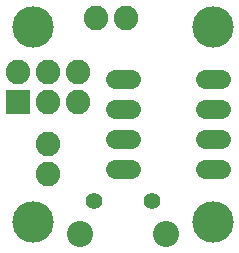
<source format=gbs>
G75*
%MOIN*%
%OFA0B0*%
%FSLAX24Y24*%
%IPPOS*%
%LPD*%
%AMOC8*
5,1,8,0,0,1.08239X$1,22.5*
%
%ADD10R,0.0820X0.0820*%
%ADD11C,0.0820*%
%ADD12C,0.0620*%
%ADD13C,0.0556*%
%ADD14C,0.0867*%
%ADD15C,0.1380*%
D10*
X000725Y005628D03*
D11*
X000725Y006628D03*
X001725Y006628D03*
X001725Y005628D03*
X002725Y005628D03*
X002725Y006628D03*
X003325Y008428D03*
X004325Y008428D03*
X001725Y004228D03*
X001725Y003228D03*
D12*
X003955Y003378D02*
X004495Y003378D01*
X004495Y004378D02*
X003955Y004378D01*
X003955Y005378D02*
X004495Y005378D01*
X004495Y006378D02*
X003955Y006378D01*
X006955Y006378D02*
X007495Y006378D01*
X007495Y005378D02*
X006955Y005378D01*
X006955Y004378D02*
X007495Y004378D01*
X007495Y003378D02*
X006955Y003378D01*
D13*
X005180Y002330D03*
X003270Y002330D03*
D14*
X002804Y001228D03*
X005646Y001228D03*
D15*
X001225Y001628D03*
X001225Y008128D03*
X007225Y008128D03*
X007225Y001628D03*
M02*

</source>
